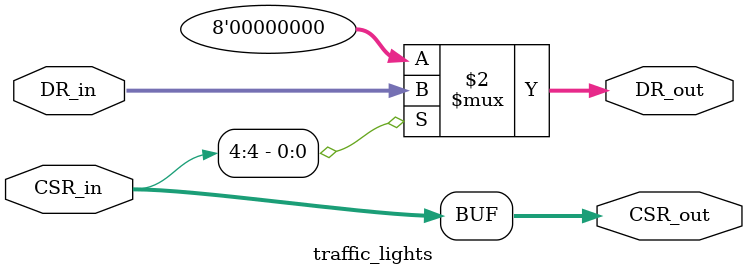
<source format=v>
module traffic_lights (CSR_in, CSR_out, DR_in, DR_out);
	input [7:0] CSR_in, DR_in;
	output [7:0] DR_out, CSR_out;
	
	assign DR_out = (CSR_in[4] == 1'b1) ? DR_in[7:0] : 8'd0;
	assign CSR_out = CSR_in[7:0];

endmodule
</source>
